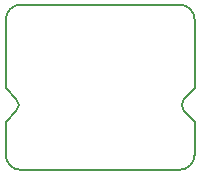
<source format=gbr>
%TF.GenerationSoftware,KiCad,Pcbnew,(5.0.1)-3*%
%TF.CreationDate,2018-12-01T22:01:47+01:00*%
%TF.ProjectId,SlimMPX,536C696D4D50582E6B696361645F7063,rev?*%
%TF.SameCoordinates,Original*%
%TF.FileFunction,Profile,NP*%
%FSLAX46Y46*%
G04 Gerber Fmt 4.6, Leading zero omitted, Abs format (unit mm)*
G04 Created by KiCad (PCBNEW (5.0.1)-3) date 01/12/2018 22:01:47*
%MOMM*%
%LPD*%
G01*
G04 APERTURE LIST*
%ADD10C,0.150000*%
G04 APERTURE END LIST*
D10*
X100900000Y-108000000D02*
G75*
G02X100900000Y-109000000I-500000J-500000D01*
G01*
X115100000Y-109000000D02*
G75*
G02X115100000Y-108000000I500000J500000D01*
G01*
X101300000Y-114000000D02*
G75*
G02X100000000Y-112700000I0J1300000D01*
G01*
X116000000Y-112700000D02*
G75*
G02X114700000Y-114000000I-1300000J0D01*
G01*
X114700000Y-114000000D02*
X101300000Y-114000000D01*
X114700000Y-100000000D02*
G75*
G02X116000000Y-101300000I0J-1300000D01*
G01*
X100000000Y-101300000D02*
G75*
G02X101300000Y-100000000I1300000J0D01*
G01*
X100000000Y-112700000D02*
X100000000Y-109900000D01*
X116000000Y-109900000D02*
X116000000Y-112700000D01*
X115100000Y-109000000D02*
X116000000Y-109900000D01*
X116000000Y-107100000D02*
X115100000Y-108000000D01*
X100900000Y-109000000D02*
X100000000Y-109900000D01*
X100000000Y-107100000D02*
X100900000Y-108000000D01*
X116000000Y-101300000D02*
X116000000Y-107050000D01*
X101300000Y-100000000D02*
X114700000Y-100000000D01*
X100000000Y-101300000D02*
X100000000Y-107100000D01*
M02*

</source>
